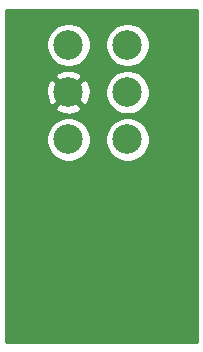
<source format=gbr>
%TF.GenerationSoftware,KiCad,Pcbnew,(5.1.6-0-10_14)*%
%TF.CreationDate,2020-07-14T22:31:58-07:00*%
%TF.ProjectId,switch_board,73776974-6368-45f6-926f-6172642e6b69,rev?*%
%TF.SameCoordinates,Original*%
%TF.FileFunction,Copper,L2,Bot*%
%TF.FilePolarity,Positive*%
%FSLAX46Y46*%
G04 Gerber Fmt 4.6, Leading zero omitted, Abs format (unit mm)*
G04 Created by KiCad (PCBNEW (5.1.6-0-10_14)) date 2020-07-14 22:31:58*
%MOMM*%
%LPD*%
G01*
G04 APERTURE LIST*
%TA.AperFunction,ComponentPad*%
%ADD10C,2.500000*%
%TD*%
%TA.AperFunction,Conductor*%
%ADD11C,0.254000*%
%TD*%
G04 APERTURE END LIST*
D10*
%TO.P,SW1,6*%
%TO.N,Net-(J1-Pad6)*%
X156935000Y-53655000D03*
%TO.P,SW1,5*%
%TO.N,Net-(J1-Pad5)*%
X156935000Y-57655000D03*
%TO.P,SW1,4*%
%TO.N,Net-(J1-Pad4)*%
X156935000Y-61655000D03*
%TO.P,SW1,3*%
%TO.N,Net-(J1-Pad3)*%
X151935000Y-53655000D03*
%TO.P,SW1,2*%
%TO.N,GND*%
X151935000Y-57655000D03*
%TO.P,SW1,1*%
%TO.N,Net-(J1-Pad1)*%
X151935000Y-61655000D03*
%TD*%
D11*
%TO.N,GND*%
G36*
X162815001Y-78815000D02*
G01*
X146685000Y-78815000D01*
X146685000Y-61469344D01*
X150050000Y-61469344D01*
X150050000Y-61840656D01*
X150122439Y-62204834D01*
X150264534Y-62547882D01*
X150470825Y-62856618D01*
X150733382Y-63119175D01*
X151042118Y-63325466D01*
X151385166Y-63467561D01*
X151749344Y-63540000D01*
X152120656Y-63540000D01*
X152484834Y-63467561D01*
X152827882Y-63325466D01*
X153136618Y-63119175D01*
X153399175Y-62856618D01*
X153605466Y-62547882D01*
X153747561Y-62204834D01*
X153820000Y-61840656D01*
X153820000Y-61469344D01*
X155050000Y-61469344D01*
X155050000Y-61840656D01*
X155122439Y-62204834D01*
X155264534Y-62547882D01*
X155470825Y-62856618D01*
X155733382Y-63119175D01*
X156042118Y-63325466D01*
X156385166Y-63467561D01*
X156749344Y-63540000D01*
X157120656Y-63540000D01*
X157484834Y-63467561D01*
X157827882Y-63325466D01*
X158136618Y-63119175D01*
X158399175Y-62856618D01*
X158605466Y-62547882D01*
X158747561Y-62204834D01*
X158820000Y-61840656D01*
X158820000Y-61469344D01*
X158747561Y-61105166D01*
X158605466Y-60762118D01*
X158399175Y-60453382D01*
X158136618Y-60190825D01*
X157827882Y-59984534D01*
X157484834Y-59842439D01*
X157120656Y-59770000D01*
X156749344Y-59770000D01*
X156385166Y-59842439D01*
X156042118Y-59984534D01*
X155733382Y-60190825D01*
X155470825Y-60453382D01*
X155264534Y-60762118D01*
X155122439Y-61105166D01*
X155050000Y-61469344D01*
X153820000Y-61469344D01*
X153747561Y-61105166D01*
X153605466Y-60762118D01*
X153399175Y-60453382D01*
X153136618Y-60190825D01*
X152827882Y-59984534D01*
X152484834Y-59842439D01*
X152120656Y-59770000D01*
X151749344Y-59770000D01*
X151385166Y-59842439D01*
X151042118Y-59984534D01*
X150733382Y-60190825D01*
X150470825Y-60453382D01*
X150264534Y-60762118D01*
X150122439Y-61105166D01*
X150050000Y-61469344D01*
X146685000Y-61469344D01*
X146685000Y-58968605D01*
X150801000Y-58968605D01*
X150926914Y-59258577D01*
X151259126Y-59424433D01*
X151617312Y-59522290D01*
X151987706Y-59548389D01*
X152356075Y-59501725D01*
X152708262Y-59384094D01*
X152943086Y-59258577D01*
X153069000Y-58968605D01*
X151935000Y-57834605D01*
X150801000Y-58968605D01*
X146685000Y-58968605D01*
X146685000Y-57707706D01*
X150041611Y-57707706D01*
X150088275Y-58076075D01*
X150205906Y-58428262D01*
X150331423Y-58663086D01*
X150621395Y-58789000D01*
X151755395Y-57655000D01*
X152114605Y-57655000D01*
X153248605Y-58789000D01*
X153538577Y-58663086D01*
X153704433Y-58330874D01*
X153802290Y-57972688D01*
X153828389Y-57602294D01*
X153811548Y-57469344D01*
X155050000Y-57469344D01*
X155050000Y-57840656D01*
X155122439Y-58204834D01*
X155264534Y-58547882D01*
X155470825Y-58856618D01*
X155733382Y-59119175D01*
X156042118Y-59325466D01*
X156385166Y-59467561D01*
X156749344Y-59540000D01*
X157120656Y-59540000D01*
X157484834Y-59467561D01*
X157827882Y-59325466D01*
X158136618Y-59119175D01*
X158399175Y-58856618D01*
X158605466Y-58547882D01*
X158747561Y-58204834D01*
X158820000Y-57840656D01*
X158820000Y-57469344D01*
X158747561Y-57105166D01*
X158605466Y-56762118D01*
X158399175Y-56453382D01*
X158136618Y-56190825D01*
X157827882Y-55984534D01*
X157484834Y-55842439D01*
X157120656Y-55770000D01*
X156749344Y-55770000D01*
X156385166Y-55842439D01*
X156042118Y-55984534D01*
X155733382Y-56190825D01*
X155470825Y-56453382D01*
X155264534Y-56762118D01*
X155122439Y-57105166D01*
X155050000Y-57469344D01*
X153811548Y-57469344D01*
X153781725Y-57233925D01*
X153664094Y-56881738D01*
X153538577Y-56646914D01*
X153248605Y-56521000D01*
X152114605Y-57655000D01*
X151755395Y-57655000D01*
X150621395Y-56521000D01*
X150331423Y-56646914D01*
X150165567Y-56979126D01*
X150067710Y-57337312D01*
X150041611Y-57707706D01*
X146685000Y-57707706D01*
X146685000Y-56341395D01*
X150801000Y-56341395D01*
X151935000Y-57475395D01*
X153069000Y-56341395D01*
X152943086Y-56051423D01*
X152610874Y-55885567D01*
X152252688Y-55787710D01*
X151882294Y-55761611D01*
X151513925Y-55808275D01*
X151161738Y-55925906D01*
X150926914Y-56051423D01*
X150801000Y-56341395D01*
X146685000Y-56341395D01*
X146685000Y-53469344D01*
X150050000Y-53469344D01*
X150050000Y-53840656D01*
X150122439Y-54204834D01*
X150264534Y-54547882D01*
X150470825Y-54856618D01*
X150733382Y-55119175D01*
X151042118Y-55325466D01*
X151385166Y-55467561D01*
X151749344Y-55540000D01*
X152120656Y-55540000D01*
X152484834Y-55467561D01*
X152827882Y-55325466D01*
X153136618Y-55119175D01*
X153399175Y-54856618D01*
X153605466Y-54547882D01*
X153747561Y-54204834D01*
X153820000Y-53840656D01*
X153820000Y-53469344D01*
X155050000Y-53469344D01*
X155050000Y-53840656D01*
X155122439Y-54204834D01*
X155264534Y-54547882D01*
X155470825Y-54856618D01*
X155733382Y-55119175D01*
X156042118Y-55325466D01*
X156385166Y-55467561D01*
X156749344Y-55540000D01*
X157120656Y-55540000D01*
X157484834Y-55467561D01*
X157827882Y-55325466D01*
X158136618Y-55119175D01*
X158399175Y-54856618D01*
X158605466Y-54547882D01*
X158747561Y-54204834D01*
X158820000Y-53840656D01*
X158820000Y-53469344D01*
X158747561Y-53105166D01*
X158605466Y-52762118D01*
X158399175Y-52453382D01*
X158136618Y-52190825D01*
X157827882Y-51984534D01*
X157484834Y-51842439D01*
X157120656Y-51770000D01*
X156749344Y-51770000D01*
X156385166Y-51842439D01*
X156042118Y-51984534D01*
X155733382Y-52190825D01*
X155470825Y-52453382D01*
X155264534Y-52762118D01*
X155122439Y-53105166D01*
X155050000Y-53469344D01*
X153820000Y-53469344D01*
X153747561Y-53105166D01*
X153605466Y-52762118D01*
X153399175Y-52453382D01*
X153136618Y-52190825D01*
X152827882Y-51984534D01*
X152484834Y-51842439D01*
X152120656Y-51770000D01*
X151749344Y-51770000D01*
X151385166Y-51842439D01*
X151042118Y-51984534D01*
X150733382Y-52190825D01*
X150470825Y-52453382D01*
X150264534Y-52762118D01*
X150122439Y-53105166D01*
X150050000Y-53469344D01*
X146685000Y-53469344D01*
X146685000Y-50685000D01*
X162815000Y-50685000D01*
X162815001Y-78815000D01*
G37*
X162815001Y-78815000D02*
X146685000Y-78815000D01*
X146685000Y-61469344D01*
X150050000Y-61469344D01*
X150050000Y-61840656D01*
X150122439Y-62204834D01*
X150264534Y-62547882D01*
X150470825Y-62856618D01*
X150733382Y-63119175D01*
X151042118Y-63325466D01*
X151385166Y-63467561D01*
X151749344Y-63540000D01*
X152120656Y-63540000D01*
X152484834Y-63467561D01*
X152827882Y-63325466D01*
X153136618Y-63119175D01*
X153399175Y-62856618D01*
X153605466Y-62547882D01*
X153747561Y-62204834D01*
X153820000Y-61840656D01*
X153820000Y-61469344D01*
X155050000Y-61469344D01*
X155050000Y-61840656D01*
X155122439Y-62204834D01*
X155264534Y-62547882D01*
X155470825Y-62856618D01*
X155733382Y-63119175D01*
X156042118Y-63325466D01*
X156385166Y-63467561D01*
X156749344Y-63540000D01*
X157120656Y-63540000D01*
X157484834Y-63467561D01*
X157827882Y-63325466D01*
X158136618Y-63119175D01*
X158399175Y-62856618D01*
X158605466Y-62547882D01*
X158747561Y-62204834D01*
X158820000Y-61840656D01*
X158820000Y-61469344D01*
X158747561Y-61105166D01*
X158605466Y-60762118D01*
X158399175Y-60453382D01*
X158136618Y-60190825D01*
X157827882Y-59984534D01*
X157484834Y-59842439D01*
X157120656Y-59770000D01*
X156749344Y-59770000D01*
X156385166Y-59842439D01*
X156042118Y-59984534D01*
X155733382Y-60190825D01*
X155470825Y-60453382D01*
X155264534Y-60762118D01*
X155122439Y-61105166D01*
X155050000Y-61469344D01*
X153820000Y-61469344D01*
X153747561Y-61105166D01*
X153605466Y-60762118D01*
X153399175Y-60453382D01*
X153136618Y-60190825D01*
X152827882Y-59984534D01*
X152484834Y-59842439D01*
X152120656Y-59770000D01*
X151749344Y-59770000D01*
X151385166Y-59842439D01*
X151042118Y-59984534D01*
X150733382Y-60190825D01*
X150470825Y-60453382D01*
X150264534Y-60762118D01*
X150122439Y-61105166D01*
X150050000Y-61469344D01*
X146685000Y-61469344D01*
X146685000Y-58968605D01*
X150801000Y-58968605D01*
X150926914Y-59258577D01*
X151259126Y-59424433D01*
X151617312Y-59522290D01*
X151987706Y-59548389D01*
X152356075Y-59501725D01*
X152708262Y-59384094D01*
X152943086Y-59258577D01*
X153069000Y-58968605D01*
X151935000Y-57834605D01*
X150801000Y-58968605D01*
X146685000Y-58968605D01*
X146685000Y-57707706D01*
X150041611Y-57707706D01*
X150088275Y-58076075D01*
X150205906Y-58428262D01*
X150331423Y-58663086D01*
X150621395Y-58789000D01*
X151755395Y-57655000D01*
X152114605Y-57655000D01*
X153248605Y-58789000D01*
X153538577Y-58663086D01*
X153704433Y-58330874D01*
X153802290Y-57972688D01*
X153828389Y-57602294D01*
X153811548Y-57469344D01*
X155050000Y-57469344D01*
X155050000Y-57840656D01*
X155122439Y-58204834D01*
X155264534Y-58547882D01*
X155470825Y-58856618D01*
X155733382Y-59119175D01*
X156042118Y-59325466D01*
X156385166Y-59467561D01*
X156749344Y-59540000D01*
X157120656Y-59540000D01*
X157484834Y-59467561D01*
X157827882Y-59325466D01*
X158136618Y-59119175D01*
X158399175Y-58856618D01*
X158605466Y-58547882D01*
X158747561Y-58204834D01*
X158820000Y-57840656D01*
X158820000Y-57469344D01*
X158747561Y-57105166D01*
X158605466Y-56762118D01*
X158399175Y-56453382D01*
X158136618Y-56190825D01*
X157827882Y-55984534D01*
X157484834Y-55842439D01*
X157120656Y-55770000D01*
X156749344Y-55770000D01*
X156385166Y-55842439D01*
X156042118Y-55984534D01*
X155733382Y-56190825D01*
X155470825Y-56453382D01*
X155264534Y-56762118D01*
X155122439Y-57105166D01*
X155050000Y-57469344D01*
X153811548Y-57469344D01*
X153781725Y-57233925D01*
X153664094Y-56881738D01*
X153538577Y-56646914D01*
X153248605Y-56521000D01*
X152114605Y-57655000D01*
X151755395Y-57655000D01*
X150621395Y-56521000D01*
X150331423Y-56646914D01*
X150165567Y-56979126D01*
X150067710Y-57337312D01*
X150041611Y-57707706D01*
X146685000Y-57707706D01*
X146685000Y-56341395D01*
X150801000Y-56341395D01*
X151935000Y-57475395D01*
X153069000Y-56341395D01*
X152943086Y-56051423D01*
X152610874Y-55885567D01*
X152252688Y-55787710D01*
X151882294Y-55761611D01*
X151513925Y-55808275D01*
X151161738Y-55925906D01*
X150926914Y-56051423D01*
X150801000Y-56341395D01*
X146685000Y-56341395D01*
X146685000Y-53469344D01*
X150050000Y-53469344D01*
X150050000Y-53840656D01*
X150122439Y-54204834D01*
X150264534Y-54547882D01*
X150470825Y-54856618D01*
X150733382Y-55119175D01*
X151042118Y-55325466D01*
X151385166Y-55467561D01*
X151749344Y-55540000D01*
X152120656Y-55540000D01*
X152484834Y-55467561D01*
X152827882Y-55325466D01*
X153136618Y-55119175D01*
X153399175Y-54856618D01*
X153605466Y-54547882D01*
X153747561Y-54204834D01*
X153820000Y-53840656D01*
X153820000Y-53469344D01*
X155050000Y-53469344D01*
X155050000Y-53840656D01*
X155122439Y-54204834D01*
X155264534Y-54547882D01*
X155470825Y-54856618D01*
X155733382Y-55119175D01*
X156042118Y-55325466D01*
X156385166Y-55467561D01*
X156749344Y-55540000D01*
X157120656Y-55540000D01*
X157484834Y-55467561D01*
X157827882Y-55325466D01*
X158136618Y-55119175D01*
X158399175Y-54856618D01*
X158605466Y-54547882D01*
X158747561Y-54204834D01*
X158820000Y-53840656D01*
X158820000Y-53469344D01*
X158747561Y-53105166D01*
X158605466Y-52762118D01*
X158399175Y-52453382D01*
X158136618Y-52190825D01*
X157827882Y-51984534D01*
X157484834Y-51842439D01*
X157120656Y-51770000D01*
X156749344Y-51770000D01*
X156385166Y-51842439D01*
X156042118Y-51984534D01*
X155733382Y-52190825D01*
X155470825Y-52453382D01*
X155264534Y-52762118D01*
X155122439Y-53105166D01*
X155050000Y-53469344D01*
X153820000Y-53469344D01*
X153747561Y-53105166D01*
X153605466Y-52762118D01*
X153399175Y-52453382D01*
X153136618Y-52190825D01*
X152827882Y-51984534D01*
X152484834Y-51842439D01*
X152120656Y-51770000D01*
X151749344Y-51770000D01*
X151385166Y-51842439D01*
X151042118Y-51984534D01*
X150733382Y-52190825D01*
X150470825Y-52453382D01*
X150264534Y-52762118D01*
X150122439Y-53105166D01*
X150050000Y-53469344D01*
X146685000Y-53469344D01*
X146685000Y-50685000D01*
X162815000Y-50685000D01*
X162815001Y-78815000D01*
%TD*%
M02*

</source>
